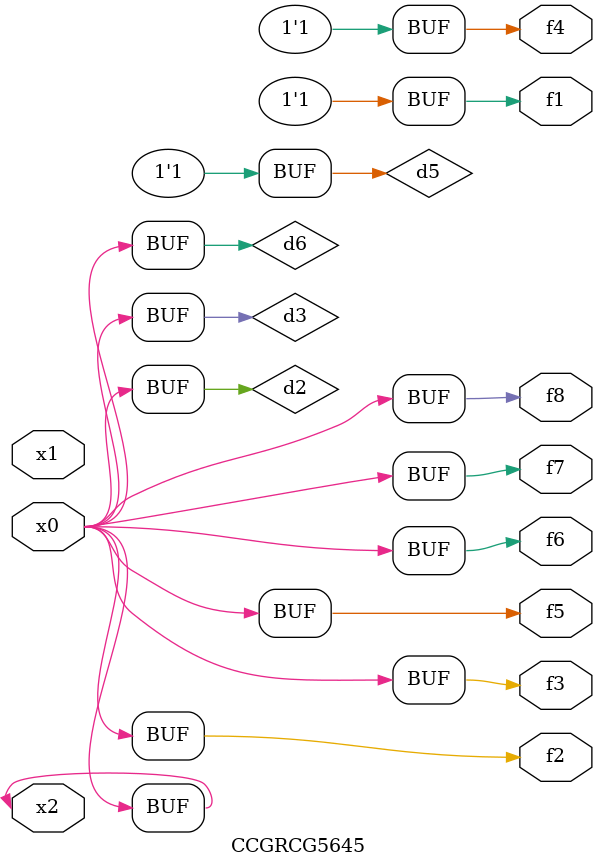
<source format=v>
module CCGRCG5645(
	input x0, x1, x2,
	output f1, f2, f3, f4, f5, f6, f7, f8
);

	wire d1, d2, d3, d4, d5, d6;

	xnor (d1, x2);
	buf (d2, x0, x2);
	and (d3, x0);
	xnor (d4, x1, x2);
	nand (d5, d1, d3);
	buf (d6, d2, d3);
	assign f1 = d5;
	assign f2 = d6;
	assign f3 = d6;
	assign f4 = d5;
	assign f5 = d6;
	assign f6 = d6;
	assign f7 = d6;
	assign f8 = d6;
endmodule

</source>
